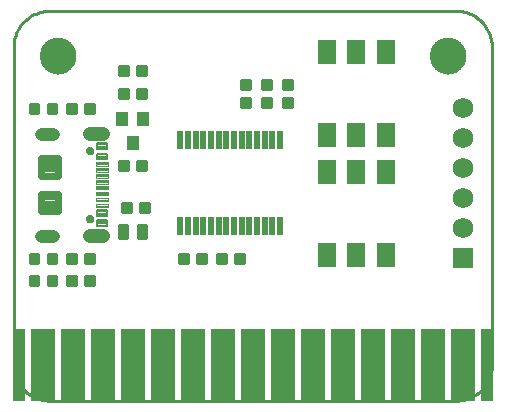
<source format=gts>
G75*
G70*
%OFA0B0*%
%FSLAX24Y24*%
%IPPOS*%
%LPD*%
%AMOC8*
5,1,8,0,0,1.08239X$1,22.5*
%
%ADD10C,0.0098*%
%ADD11C,0.0085*%
%ADD12R,0.0440X0.0490*%
%ADD13R,0.0631X0.0827*%
%ADD14C,0.0100*%
%ADD15R,0.0827X0.2402*%
%ADD16R,0.0434X0.2402*%
%ADD17C,0.0000*%
%ADD18C,0.1221*%
%ADD19R,0.0197X0.0631*%
%ADD20R,0.0690X0.0690*%
%ADD21C,0.0690*%
%ADD22C,0.0083*%
%ADD23C,0.0047*%
%ADD24C,0.0276*%
%ADD25C,0.0434*%
%ADD26C,0.0473*%
%ADD27C,0.0248*%
%ADD28C,0.0091*%
D10*
X002264Y004514D02*
X002556Y004514D01*
X002264Y004514D02*
X002264Y004806D01*
X002556Y004806D01*
X002556Y004514D01*
X002556Y004611D02*
X002264Y004611D01*
X002264Y004708D02*
X002556Y004708D01*
X002556Y004805D02*
X002264Y004805D01*
X002264Y005264D02*
X002556Y005264D01*
X002264Y005264D02*
X002264Y005556D01*
X002556Y005556D01*
X002556Y005264D01*
X002556Y005361D02*
X002264Y005361D01*
X002264Y005458D02*
X002556Y005458D01*
X002556Y005555D02*
X002264Y005555D01*
X002864Y005264D02*
X003156Y005264D01*
X002864Y005264D02*
X002864Y005556D01*
X003156Y005556D01*
X003156Y005264D01*
X003156Y005361D02*
X002864Y005361D01*
X002864Y005458D02*
X003156Y005458D01*
X003156Y005555D02*
X002864Y005555D01*
X002864Y004514D02*
X003156Y004514D01*
X002864Y004514D02*
X002864Y004806D01*
X003156Y004806D01*
X003156Y004514D01*
X003156Y004611D02*
X002864Y004611D01*
X002864Y004708D02*
X003156Y004708D01*
X003156Y004805D02*
X002864Y004805D01*
X004114Y007256D02*
X004406Y007256D01*
X004406Y006964D01*
X004114Y006964D01*
X004114Y007256D01*
X004114Y007061D02*
X004406Y007061D01*
X004406Y007158D02*
X004114Y007158D01*
X004114Y007255D02*
X004406Y007255D01*
X004714Y007256D02*
X005006Y007256D01*
X005006Y006964D01*
X004714Y006964D01*
X004714Y007256D01*
X004714Y007061D02*
X005006Y007061D01*
X005006Y007158D02*
X004714Y007158D01*
X004714Y007255D02*
X005006Y007255D01*
X004906Y008656D02*
X004614Y008656D01*
X004906Y008656D02*
X004906Y008364D01*
X004614Y008364D01*
X004614Y008656D01*
X004614Y008461D02*
X004906Y008461D01*
X004906Y008558D02*
X004614Y008558D01*
X004614Y008655D02*
X004906Y008655D01*
X004306Y008656D02*
X004014Y008656D01*
X004306Y008656D02*
X004306Y008364D01*
X004014Y008364D01*
X004014Y008656D01*
X004014Y008461D02*
X004306Y008461D01*
X004306Y008558D02*
X004014Y008558D01*
X004014Y008655D02*
X004306Y008655D01*
X003156Y010556D02*
X002864Y010556D01*
X003156Y010556D02*
X003156Y010264D01*
X002864Y010264D01*
X002864Y010556D01*
X002864Y010361D02*
X003156Y010361D01*
X003156Y010458D02*
X002864Y010458D01*
X002864Y010555D02*
X003156Y010555D01*
X002556Y010556D02*
X002264Y010556D01*
X002556Y010556D02*
X002556Y010264D01*
X002264Y010264D01*
X002264Y010556D01*
X002264Y010361D02*
X002556Y010361D01*
X002556Y010458D02*
X002264Y010458D01*
X002264Y010555D02*
X002556Y010555D01*
X004014Y011056D02*
X004306Y011056D01*
X004306Y010764D01*
X004014Y010764D01*
X004014Y011056D01*
X004014Y010861D02*
X004306Y010861D01*
X004306Y010958D02*
X004014Y010958D01*
X004014Y011055D02*
X004306Y011055D01*
X004614Y011056D02*
X004906Y011056D01*
X004906Y010764D01*
X004614Y010764D01*
X004614Y011056D01*
X004614Y010861D02*
X004906Y010861D01*
X004906Y010958D02*
X004614Y010958D01*
X004614Y011055D02*
X004906Y011055D01*
X004906Y011806D02*
X004614Y011806D01*
X004906Y011806D02*
X004906Y011514D01*
X004614Y011514D01*
X004614Y011806D01*
X004614Y011611D02*
X004906Y011611D01*
X004906Y011708D02*
X004614Y011708D01*
X004614Y011805D02*
X004906Y011805D01*
X004306Y011806D02*
X004014Y011806D01*
X004306Y011806D02*
X004306Y011514D01*
X004014Y011514D01*
X004014Y011806D01*
X004014Y011611D02*
X004306Y011611D01*
X004306Y011708D02*
X004014Y011708D01*
X004014Y011805D02*
X004306Y011805D01*
X008356Y011356D02*
X008356Y011064D01*
X008064Y011064D01*
X008064Y011356D01*
X008356Y011356D01*
X008356Y011161D02*
X008064Y011161D01*
X008064Y011258D02*
X008356Y011258D01*
X008356Y011355D02*
X008064Y011355D01*
X008356Y010756D02*
X008356Y010464D01*
X008064Y010464D01*
X008064Y010756D01*
X008356Y010756D01*
X008356Y010561D02*
X008064Y010561D01*
X008064Y010658D02*
X008356Y010658D01*
X008356Y010755D02*
X008064Y010755D01*
X008764Y010756D02*
X008764Y010464D01*
X008764Y010756D02*
X009056Y010756D01*
X009056Y010464D01*
X008764Y010464D01*
X008764Y010561D02*
X009056Y010561D01*
X009056Y010658D02*
X008764Y010658D01*
X008764Y010755D02*
X009056Y010755D01*
X008764Y011064D02*
X008764Y011356D01*
X009056Y011356D01*
X009056Y011064D01*
X008764Y011064D01*
X008764Y011161D02*
X009056Y011161D01*
X009056Y011258D02*
X008764Y011258D01*
X008764Y011355D02*
X009056Y011355D01*
X009756Y011356D02*
X009756Y011064D01*
X009464Y011064D01*
X009464Y011356D01*
X009756Y011356D01*
X009756Y011161D02*
X009464Y011161D01*
X009464Y011258D02*
X009756Y011258D01*
X009756Y011355D02*
X009464Y011355D01*
X009756Y010756D02*
X009756Y010464D01*
X009464Y010464D01*
X009464Y010756D01*
X009756Y010756D01*
X009756Y010561D02*
X009464Y010561D01*
X009464Y010658D02*
X009756Y010658D01*
X009756Y010755D02*
X009464Y010755D01*
X008156Y005264D02*
X007864Y005264D01*
X007864Y005556D01*
X008156Y005556D01*
X008156Y005264D01*
X008156Y005361D02*
X007864Y005361D01*
X007864Y005458D02*
X008156Y005458D01*
X008156Y005555D02*
X007864Y005555D01*
X007556Y005264D02*
X007264Y005264D01*
X007264Y005556D01*
X007556Y005556D01*
X007556Y005264D01*
X007556Y005361D02*
X007264Y005361D01*
X007264Y005458D02*
X007556Y005458D01*
X007556Y005555D02*
X007264Y005555D01*
X006906Y005556D02*
X006614Y005556D01*
X006906Y005556D02*
X006906Y005264D01*
X006614Y005264D01*
X006614Y005556D01*
X006614Y005361D02*
X006906Y005361D01*
X006906Y005458D02*
X006614Y005458D01*
X006614Y005555D02*
X006906Y005555D01*
X006306Y005556D02*
X006014Y005556D01*
X006306Y005556D02*
X006306Y005264D01*
X006014Y005264D01*
X006014Y005556D01*
X006014Y005361D02*
X006306Y005361D01*
X006306Y005458D02*
X006014Y005458D01*
X006014Y005555D02*
X006306Y005555D01*
D11*
X001888Y005563D02*
X001632Y005563D01*
X001888Y005563D02*
X001888Y005257D01*
X001632Y005257D01*
X001632Y005563D01*
X001632Y005341D02*
X001888Y005341D01*
X001888Y005425D02*
X001632Y005425D01*
X001632Y005509D02*
X001888Y005509D01*
X001288Y005563D02*
X001032Y005563D01*
X001288Y005563D02*
X001288Y005257D01*
X001032Y005257D01*
X001032Y005563D01*
X001032Y005341D02*
X001288Y005341D01*
X001288Y005425D02*
X001032Y005425D01*
X001032Y005509D02*
X001288Y005509D01*
X001288Y004813D02*
X001032Y004813D01*
X001288Y004813D02*
X001288Y004507D01*
X001032Y004507D01*
X001032Y004813D01*
X001032Y004591D02*
X001288Y004591D01*
X001288Y004675D02*
X001032Y004675D01*
X001032Y004759D02*
X001288Y004759D01*
X001632Y004813D02*
X001888Y004813D01*
X001888Y004507D01*
X001632Y004507D01*
X001632Y004813D01*
X001632Y004591D02*
X001888Y004591D01*
X001888Y004675D02*
X001632Y004675D01*
X001632Y004759D02*
X001888Y004759D01*
X001888Y010563D02*
X001632Y010563D01*
X001888Y010563D02*
X001888Y010257D01*
X001632Y010257D01*
X001632Y010563D01*
X001632Y010341D02*
X001888Y010341D01*
X001888Y010425D02*
X001632Y010425D01*
X001632Y010509D02*
X001888Y010509D01*
X001288Y010563D02*
X001032Y010563D01*
X001288Y010563D02*
X001288Y010257D01*
X001032Y010257D01*
X001032Y010563D01*
X001032Y010341D02*
X001288Y010341D01*
X001288Y010425D02*
X001032Y010425D01*
X001032Y010509D02*
X001288Y010509D01*
D12*
X004110Y010060D03*
X004810Y010060D03*
X004460Y009260D03*
D13*
X010926Y009532D03*
X011910Y009532D03*
X012894Y009532D03*
X012894Y008288D03*
X011910Y008288D03*
X010926Y008288D03*
X010926Y005532D03*
X011910Y005532D03*
X012894Y005532D03*
X012894Y012288D03*
X011910Y012288D03*
X010926Y012288D03*
D14*
X015232Y000664D02*
X001688Y000664D01*
X001621Y000666D01*
X001554Y000672D01*
X001487Y000681D01*
X001421Y000694D01*
X001356Y000711D01*
X001292Y000731D01*
X001229Y000755D01*
X001167Y000783D01*
X001108Y000814D01*
X001050Y000848D01*
X000994Y000885D01*
X000940Y000926D01*
X000888Y000969D01*
X000839Y001015D01*
X000793Y001064D01*
X000750Y001116D01*
X000709Y001170D01*
X000672Y001226D01*
X000638Y001284D01*
X000607Y001343D01*
X000579Y001405D01*
X000555Y001468D01*
X000535Y001532D01*
X000518Y001597D01*
X000505Y001663D01*
X000496Y001730D01*
X000490Y001797D01*
X000488Y001864D01*
X000488Y012456D01*
X000490Y012523D01*
X000496Y012590D01*
X000505Y012657D01*
X000518Y012723D01*
X000535Y012788D01*
X000555Y012852D01*
X000579Y012915D01*
X000607Y012977D01*
X000638Y013036D01*
X000672Y013094D01*
X000709Y013150D01*
X000750Y013204D01*
X000793Y013256D01*
X000839Y013305D01*
X000888Y013351D01*
X000940Y013394D01*
X000994Y013435D01*
X001050Y013472D01*
X001108Y013506D01*
X001167Y013537D01*
X001229Y013565D01*
X001292Y013589D01*
X001356Y013609D01*
X001421Y013626D01*
X001487Y013639D01*
X001554Y013648D01*
X001621Y013654D01*
X001688Y013656D01*
X015232Y013656D01*
X015299Y013654D01*
X015366Y013648D01*
X015433Y013639D01*
X015499Y013626D01*
X015564Y013609D01*
X015628Y013589D01*
X015691Y013565D01*
X015753Y013537D01*
X015812Y013506D01*
X015870Y013472D01*
X015926Y013435D01*
X015980Y013394D01*
X016032Y013351D01*
X016081Y013305D01*
X016127Y013256D01*
X016170Y013204D01*
X016211Y013150D01*
X016248Y013094D01*
X016282Y013036D01*
X016313Y012977D01*
X016341Y012915D01*
X016365Y012852D01*
X016385Y012788D01*
X016402Y012723D01*
X016415Y012657D01*
X016424Y012590D01*
X016430Y012523D01*
X016432Y012456D01*
X016432Y001864D01*
X016430Y001797D01*
X016424Y001730D01*
X016415Y001663D01*
X016402Y001597D01*
X016385Y001532D01*
X016365Y001468D01*
X016341Y001405D01*
X016313Y001343D01*
X016282Y001284D01*
X016248Y001226D01*
X016211Y001170D01*
X016170Y001116D01*
X016127Y001064D01*
X016081Y001015D01*
X016032Y000969D01*
X015980Y000926D01*
X015926Y000885D01*
X015870Y000848D01*
X015812Y000814D01*
X015753Y000783D01*
X015691Y000755D01*
X015628Y000731D01*
X015564Y000711D01*
X015499Y000694D01*
X015433Y000681D01*
X015366Y000672D01*
X015299Y000666D01*
X015232Y000664D01*
D15*
X015460Y001848D03*
X014460Y001848D03*
X013460Y001848D03*
X012460Y001848D03*
X011460Y001848D03*
X010460Y001848D03*
X009460Y001848D03*
X008460Y001848D03*
X007460Y001848D03*
X006460Y001848D03*
X005460Y001848D03*
X004460Y001848D03*
X003460Y001848D03*
X002460Y001848D03*
X001460Y001848D03*
D16*
X000665Y001848D03*
X016255Y001848D03*
D17*
X014369Y012160D02*
X014371Y012208D01*
X014377Y012256D01*
X014387Y012303D01*
X014400Y012349D01*
X014418Y012394D01*
X014438Y012438D01*
X014463Y012480D01*
X014491Y012519D01*
X014521Y012556D01*
X014555Y012590D01*
X014592Y012622D01*
X014630Y012651D01*
X014671Y012676D01*
X014714Y012698D01*
X014759Y012716D01*
X014805Y012730D01*
X014852Y012741D01*
X014900Y012748D01*
X014948Y012751D01*
X014996Y012750D01*
X015044Y012745D01*
X015092Y012736D01*
X015138Y012724D01*
X015183Y012707D01*
X015227Y012687D01*
X015269Y012664D01*
X015309Y012637D01*
X015347Y012607D01*
X015382Y012574D01*
X015414Y012538D01*
X015444Y012500D01*
X015470Y012459D01*
X015492Y012416D01*
X015512Y012372D01*
X015527Y012327D01*
X015539Y012280D01*
X015547Y012232D01*
X015551Y012184D01*
X015551Y012136D01*
X015547Y012088D01*
X015539Y012040D01*
X015527Y011993D01*
X015512Y011948D01*
X015492Y011904D01*
X015470Y011861D01*
X015444Y011820D01*
X015414Y011782D01*
X015382Y011746D01*
X015347Y011713D01*
X015309Y011683D01*
X015269Y011656D01*
X015227Y011633D01*
X015183Y011613D01*
X015138Y011596D01*
X015092Y011584D01*
X015044Y011575D01*
X014996Y011570D01*
X014948Y011569D01*
X014900Y011572D01*
X014852Y011579D01*
X014805Y011590D01*
X014759Y011604D01*
X014714Y011622D01*
X014671Y011644D01*
X014630Y011669D01*
X014592Y011698D01*
X014555Y011730D01*
X014521Y011764D01*
X014491Y011801D01*
X014463Y011840D01*
X014438Y011882D01*
X014418Y011926D01*
X014400Y011971D01*
X014387Y012017D01*
X014377Y012064D01*
X014371Y012112D01*
X014369Y012160D01*
X002909Y008998D02*
X002911Y009019D01*
X002917Y009039D01*
X002926Y009059D01*
X002938Y009076D01*
X002953Y009090D01*
X002971Y009102D01*
X002991Y009110D01*
X003011Y009115D01*
X003032Y009116D01*
X003053Y009113D01*
X003073Y009107D01*
X003092Y009096D01*
X003109Y009083D01*
X003122Y009067D01*
X003133Y009049D01*
X003141Y009029D01*
X003145Y009009D01*
X003145Y008987D01*
X003141Y008967D01*
X003133Y008947D01*
X003122Y008929D01*
X003109Y008913D01*
X003092Y008900D01*
X003073Y008889D01*
X003053Y008883D01*
X003032Y008880D01*
X003011Y008881D01*
X002991Y008886D01*
X002971Y008894D01*
X002953Y008906D01*
X002938Y008920D01*
X002926Y008937D01*
X002917Y008957D01*
X002911Y008977D01*
X002909Y008998D01*
X002909Y006722D02*
X002911Y006743D01*
X002917Y006763D01*
X002926Y006783D01*
X002938Y006800D01*
X002953Y006814D01*
X002971Y006826D01*
X002991Y006834D01*
X003011Y006839D01*
X003032Y006840D01*
X003053Y006837D01*
X003073Y006831D01*
X003092Y006820D01*
X003109Y006807D01*
X003122Y006791D01*
X003133Y006773D01*
X003141Y006753D01*
X003145Y006733D01*
X003145Y006711D01*
X003141Y006691D01*
X003133Y006671D01*
X003122Y006653D01*
X003109Y006637D01*
X003092Y006624D01*
X003073Y006613D01*
X003053Y006607D01*
X003032Y006604D01*
X003011Y006605D01*
X002991Y006610D01*
X002971Y006618D01*
X002953Y006630D01*
X002938Y006644D01*
X002926Y006661D01*
X002917Y006681D01*
X002911Y006701D01*
X002909Y006722D01*
X001369Y012160D02*
X001371Y012208D01*
X001377Y012256D01*
X001387Y012303D01*
X001400Y012349D01*
X001418Y012394D01*
X001438Y012438D01*
X001463Y012480D01*
X001491Y012519D01*
X001521Y012556D01*
X001555Y012590D01*
X001592Y012622D01*
X001630Y012651D01*
X001671Y012676D01*
X001714Y012698D01*
X001759Y012716D01*
X001805Y012730D01*
X001852Y012741D01*
X001900Y012748D01*
X001948Y012751D01*
X001996Y012750D01*
X002044Y012745D01*
X002092Y012736D01*
X002138Y012724D01*
X002183Y012707D01*
X002227Y012687D01*
X002269Y012664D01*
X002309Y012637D01*
X002347Y012607D01*
X002382Y012574D01*
X002414Y012538D01*
X002444Y012500D01*
X002470Y012459D01*
X002492Y012416D01*
X002512Y012372D01*
X002527Y012327D01*
X002539Y012280D01*
X002547Y012232D01*
X002551Y012184D01*
X002551Y012136D01*
X002547Y012088D01*
X002539Y012040D01*
X002527Y011993D01*
X002512Y011948D01*
X002492Y011904D01*
X002470Y011861D01*
X002444Y011820D01*
X002414Y011782D01*
X002382Y011746D01*
X002347Y011713D01*
X002309Y011683D01*
X002269Y011656D01*
X002227Y011633D01*
X002183Y011613D01*
X002138Y011596D01*
X002092Y011584D01*
X002044Y011575D01*
X001996Y011570D01*
X001948Y011569D01*
X001900Y011572D01*
X001852Y011579D01*
X001805Y011590D01*
X001759Y011604D01*
X001714Y011622D01*
X001671Y011644D01*
X001630Y011669D01*
X001592Y011698D01*
X001555Y011730D01*
X001521Y011764D01*
X001491Y011801D01*
X001463Y011840D01*
X001438Y011882D01*
X001418Y011926D01*
X001400Y011971D01*
X001387Y012017D01*
X001377Y012064D01*
X001371Y012112D01*
X001369Y012160D01*
D18*
X001960Y012160D03*
X014960Y012160D03*
D19*
X009373Y009337D03*
X009117Y009337D03*
X008862Y009337D03*
X008606Y009337D03*
X008350Y009337D03*
X008094Y009337D03*
X007838Y009337D03*
X007582Y009337D03*
X007326Y009337D03*
X007070Y009337D03*
X006814Y009337D03*
X006558Y009337D03*
X006303Y009337D03*
X006047Y009337D03*
X006047Y006483D03*
X006303Y006483D03*
X006558Y006483D03*
X006814Y006483D03*
X007070Y006483D03*
X007326Y006483D03*
X007582Y006483D03*
X007838Y006483D03*
X008094Y006483D03*
X008350Y006483D03*
X008606Y006483D03*
X008862Y006483D03*
X009117Y006483D03*
X009373Y006483D03*
D20*
X015460Y005410D03*
D21*
X015460Y006410D03*
X015460Y007410D03*
X015460Y008410D03*
X015460Y009410D03*
X015460Y010410D03*
D22*
X003616Y009043D02*
X003264Y009043D01*
X003264Y009237D01*
X003616Y009237D01*
X003616Y009043D01*
X003616Y009125D02*
X003264Y009125D01*
X003264Y009207D02*
X003616Y009207D01*
X003616Y008708D02*
X003264Y008708D01*
X003264Y008902D01*
X003616Y008902D01*
X003616Y008708D01*
X003616Y008790D02*
X003264Y008790D01*
X003264Y008872D02*
X003616Y008872D01*
X003616Y006818D02*
X003264Y006818D01*
X003264Y007012D01*
X003616Y007012D01*
X003616Y006818D01*
X003616Y006900D02*
X003264Y006900D01*
X003264Y006982D02*
X003616Y006982D01*
X003616Y006503D02*
X003264Y006503D01*
X003264Y006697D01*
X003616Y006697D01*
X003616Y006503D01*
X003616Y006585D02*
X003264Y006585D01*
X003264Y006667D02*
X003616Y006667D01*
D23*
X003634Y007115D02*
X003246Y007115D01*
X003246Y007227D01*
X003634Y007227D01*
X003634Y007115D01*
X003634Y007161D02*
X003246Y007161D01*
X003246Y007207D02*
X003634Y007207D01*
X003634Y007312D02*
X003246Y007312D01*
X003246Y007424D01*
X003634Y007424D01*
X003634Y007312D01*
X003634Y007358D02*
X003246Y007358D01*
X003246Y007404D02*
X003634Y007404D01*
X003634Y007509D02*
X003246Y007509D01*
X003246Y007621D01*
X003634Y007621D01*
X003634Y007509D01*
X003634Y007555D02*
X003246Y007555D01*
X003246Y007601D02*
X003634Y007601D01*
X003634Y007706D02*
X003246Y007706D01*
X003246Y007818D01*
X003634Y007818D01*
X003634Y007706D01*
X003634Y007752D02*
X003246Y007752D01*
X003246Y007798D02*
X003634Y007798D01*
X003634Y007902D02*
X003246Y007902D01*
X003246Y008014D01*
X003634Y008014D01*
X003634Y007902D01*
X003634Y007948D02*
X003246Y007948D01*
X003246Y007994D02*
X003634Y007994D01*
X003634Y008099D02*
X003246Y008099D01*
X003246Y008211D01*
X003634Y008211D01*
X003634Y008099D01*
X003634Y008145D02*
X003246Y008145D01*
X003246Y008191D02*
X003634Y008191D01*
X003634Y008296D02*
X003246Y008296D01*
X003246Y008408D01*
X003634Y008408D01*
X003634Y008296D01*
X003634Y008342D02*
X003246Y008342D01*
X003246Y008388D02*
X003634Y008388D01*
X003634Y008493D02*
X003246Y008493D01*
X003246Y008605D01*
X003634Y008605D01*
X003634Y008493D01*
X003634Y008539D02*
X003246Y008539D01*
X003246Y008585D02*
X003634Y008585D01*
D24*
X003027Y008998D03*
X003027Y006722D03*
D25*
X001787Y006167D02*
X001393Y006167D01*
X001393Y009553D02*
X001787Y009553D01*
D26*
X003027Y009553D02*
X003460Y009553D01*
X003460Y006167D02*
X003027Y006167D01*
D27*
X001977Y006980D02*
X001399Y006980D01*
X001399Y007558D01*
X001977Y007558D01*
X001977Y006980D01*
X001977Y007227D02*
X001399Y007227D01*
X001399Y007474D02*
X001977Y007474D01*
X001977Y008162D02*
X001399Y008162D01*
X001399Y008740D01*
X001977Y008740D01*
X001977Y008162D01*
X001977Y008409D02*
X001399Y008409D01*
X001399Y008656D02*
X001977Y008656D01*
D28*
X004013Y006535D02*
X004285Y006535D01*
X004285Y006085D01*
X004013Y006085D01*
X004013Y006535D01*
X004013Y006175D02*
X004285Y006175D01*
X004285Y006265D02*
X004013Y006265D01*
X004013Y006355D02*
X004285Y006355D01*
X004285Y006445D02*
X004013Y006445D01*
X004013Y006535D02*
X004285Y006535D01*
X004635Y006535D02*
X004907Y006535D01*
X004907Y006085D01*
X004635Y006085D01*
X004635Y006535D01*
X004635Y006175D02*
X004907Y006175D01*
X004907Y006265D02*
X004635Y006265D01*
X004635Y006355D02*
X004907Y006355D01*
X004907Y006445D02*
X004635Y006445D01*
X004635Y006535D02*
X004907Y006535D01*
M02*

</source>
